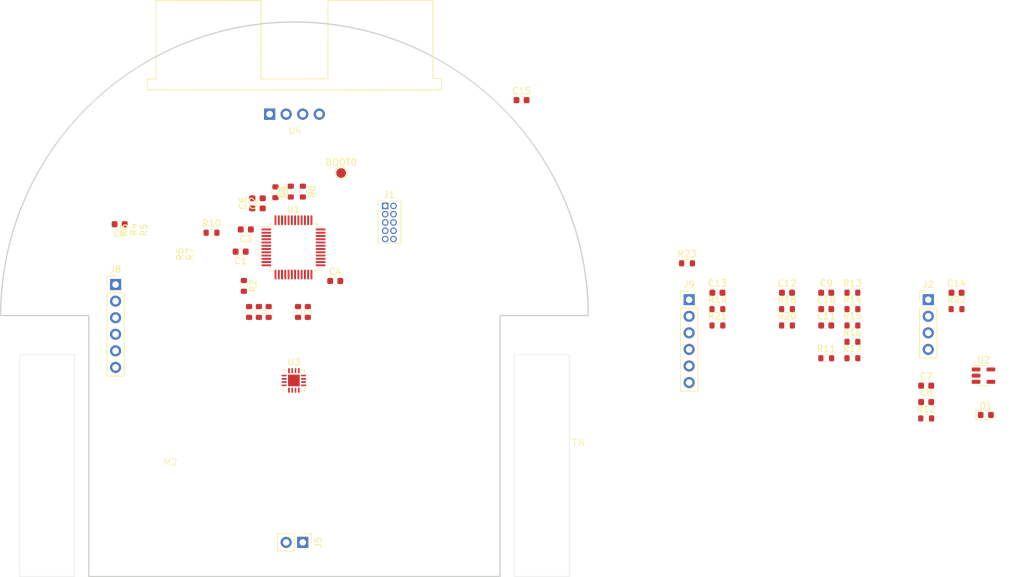
<source format=kicad_pcb>
(kicad_pcb (version 20221018) (generator pcbnew)
  (layers (0 "F.Cu" signal) (31 "B.Cu" signal) (34 "B.Paste" user) (35 "F.Paste" user) (36 "B.SilkS" user "B.Silkscreen") (37 "F.SilkS" user "F.Silkscreen") (38 "B.Mask" user) (39 "F.Mask" user) (44 "Edge.Cuts" user))
  (net 0 "")
  (net 1 "+3.3V")
  (net 2 "GND")
  (net 3 "+BATT")
  (net 4 "/mcu/UART1_TX")
  (net 5 "/mcu/IN_B2")
  (net 6 "Net-(U2-EN)")
  (net 7 "/mcu/BOOT0")
  (net 8 "Net-(U1-PA2)")
  (net 9 "/mcu/TIM15_CH1")
  (net 10 "Net-(U1-PA3)")
  (net 11 "/mcu/TIM15_CH2")
  (net 12 "Net-(U1-PA4)")
  (net 13 "/mcu/OUT_A4")
  (net 14 "Net-(U1-PA5)")
  (net 15 "/mcu/OUT_A5")
  (net 16 "/mcu/OUT_B0")
  (net 17 "Net-(U1-PB0)")
  (net 18 "/mcu/OUT_B1")
  (net 19 "Net-(U1-PB1)")
  (net 20 "Net-(U1-PB6)")
  (net 21 "/mcu/OUT_B9")
  (net 22 "Net-(U1-PB9)")
  (net 23 "/mcu/TIM3_CH1")
  (net 24 "/mcu/TIM2_CH1")
  (net 25 "/mcu/TIM3_CH2")
  (net 26 "/mcu/TIM2_CH2")
  (net 27 "/mcu/TIM8_CH2")
  (net 28 "Net-(U4-ECHO)")
  (net 34 "/mcu/~{RESET}")
  (net 46 "/mcu/SWDIO")
  (net 49 "/mcu/SWDCLK")
  (net 51 "/mcu/SWO")
  (net 54 "+3V3")
  (net 57 "Net-(C10-Pad1)")
  (net 58 "Net-(D1-A)")
  (net 59 "Net-(J2-Pin_3)")
  (net 60 "/external_uart/EXT_UART1_RX")
  (net 63 "Net-(J8-Pin_3)")
  (net 64 "Net-(J8-Pin_4)")
  (net 65 "/motorA/MB")
  (net 68 "Net-(J9-Pin_3)")
  (net 69 "Net-(J9-Pin_4)")
  (net 70 "/motorB/MB")
  (net 72 "Net-(U3-REF)")
  (net 73 "Net-(U3-TOFF)")
  (net 74 "Net-(U3-SENSEB)")
  (net 75 "Net-(U3-SENSEA)")
  (net 76 "/external_uart/EXT_UART_TX")
  (net 78 "/motorB/MA")
  (net 79 "/motorA/MA")
  (footprint "Package_QFP:LQFP-48_7x7mm_P0.5mm" (layer "F.Cu") (at 149.85 89.55)
    (fp_text reference "U1" (at 0 -5.85) (layer "F.SilkS"))
    (fp_text value "STM32F030C8Tx")
    (fp_line (start -3.61 -3.61) (end -3.61 -3.16) (stroke (width 0.12)) (layer "F.SilkS"))
    (fp_line (start -3.61 -3.16) (end -4.9 -3.16) (stroke (width 0.12)) (layer "F.SilkS"))
    (fp_line (start -3.61 3.61) (end -3.61 3.16) (stroke (width 0.12)) (layer "F.SilkS"))
    (fp_line (start -3.16 -3.61) (end -3.61 -3.61) (stroke (width 0.12)) (layer "F.SilkS"))
    (fp_line (start -3.16 3.61) (end -3.61 3.61) (stroke (width 0.12)) (layer "F.SilkS"))
    (fp_line (start 3.16 -3.61) (end 3.61 -3.61) (stroke (width 0.12)) (layer "F.SilkS"))
    (fp_line (start 3.16 3.61) (end 3.61 3.61) (stroke (width 0.12)) (layer "F.SilkS"))
    (fp_line (start 3.61 -3.61) (end 3.61 -3.16) (stroke (width 0.12)) (layer "F.SilkS"))
    (fp_line (start 3.61 3.61) (end 3.61 3.16) (stroke (width 0.12)) (layer "F.SilkS"))
    (pad "1" smd roundrect (at -4.1625 -2.75) (size 1.475 0.3) (layers "F.Cu" "F.Paste" "F.Mask") (net 1 "+3.3V"))
    (pad "2" smd roundrect (at -4.1625 -2.25) (size 1.475 0.3) (layers "F.Cu" "F.Paste" "F.Mask"))
    (pad "3" smd roundrect (at -4.1625 -1.75) (size 1.475 0.3) (layers "F.Cu" "F.Paste" "F.Mask"))
    (pad "4" smd roundrect (at -4.1625 -1.25) (size 1.475 0.3) (layers "F.Cu" "F.Paste" "F.Mask"))
    (pad "5" smd roundrect (at -4.1625 -0.75) (size 1.475 0.3) (layers "F.Cu" "F.Paste" "F.Mask"))
    (pad "6" smd roundrect (at -4.1625 -0.25) (size 1.475 0.3) (layers "F.Cu" "F.Paste" "F.Mask"))
    (pad "7" smd roundrect (at -4.1625 0.25) (size 1.475 0.3) (layers "F.Cu" "F.Paste" "F.Mask") (net 34 "/mcu/~{RESET}"))
    (pad "8" smd roundrect (at -4.1625 0.75) (size 1.475 0.3) (layers "F.Cu" "F.Paste" "F.Mask") (net 2 "GND"))
    (pad "9" smd roundrect (at -4.1625 1.25) (size 1.475 0.3) (layers "F.Cu" "F.Paste" "F.Mask") (net 1 "+3.3V"))
    (pad "10" smd roundrect (at -4.1625 1.75) (size 1.475 0.3) (layers "F.Cu" "F.Paste" "F.Mask") (net 24 "/mcu/TIM2_CH1"))
    (pad "11" smd roundrect (at -4.1625 2.25) (size 1.475 0.3) (layers "F.Cu" "F.Paste" "F.Mask") (net 26 "/mcu/TIM2_CH2"))
    (pad "12" smd roundrect (at -4.1625 2.75) (size 1.475 0.3) (layers "F.Cu" "F.Paste" "F.Mask") (net 8 "Net-(U1-PA2)"))
    (pad "13" smd roundrect (at -2.75 4.1625) (size 0.3 1.475) (layers "F.Cu" "F.Paste" "F.Mask") (net 10 "Net-(U1-PA3)"))
    (pad "14" smd roundrect (at -2.25 4.1625) (size 0.3 1.475) (layers "F.Cu" "F.Paste" "F.Mask") (net 12 "Net-(U1-PA4)"))
    (pad "15" smd roundrect (at -1.75 4.1625) (size 0.3 1.475) (layers "F.Cu" "F.Paste" "F.Mask") (net 14 "Net-(U1-PA5)"))
    (pad "16" smd roundrect (at -1.25 4.1625) (size 0.3 1.475) (layers "F.Cu" "F.Paste" "F.Mask") (net 23 "/mcu/TIM3_CH1"))
    (pad "17" smd roundrect (at -0.75 4.1625) (size 0.3 1.475) (layers "F.Cu" "F.Paste" "F.Mask") (net 25 "/mcu/TIM3_CH2"))
    (pad "18" smd roundrect (at -0.25 4.1625) (size 0.3 1.475) (layers "F.Cu" "F.Paste" "F.Mask") (net 17 "Net-(U1-PB0)"))
    (pad "19" smd roundrect (at 0.25 4.1625) (size 0.3 1.475) (layers "F.Cu" "F.Paste" "F.Mask") (net 19 "Net-(U1-PB1)"))
    (pad "20" smd roundrect (at 0.75 4.1625) (size 0.3 1.475) (layers "F.Cu" "F.Paste" "F.Mask") (net 5 "/mcu/IN_B2"))
    (pad "21" smd roundrect (at 1.25 4.1625) (size 0.3 1.475) (layers "F.Cu" "F.Paste" "F.Mask"))
    (pad "22" smd roundrect (at 1.75 4.1625) (size 0.3 1.475) (layers "F.Cu" "F.Paste" "F.Mask"))
    (pad "23" smd roundrect (at 2.25 4.1625) (size 0.3 1.475) (layers "F.Cu" "F.Paste" "F.Mask") (net 2 "GND"))
    (pad "24" smd roundrect (at 2.75 4.1625) (size 0.3 1.475) (layers "F.Cu" "F.Paste" "F.Mask") (net 1 "+3.3V"))
    (pad "25" smd roundrect (at 4.1625 2.75) (size 1.475 0.3) (layers "F.Cu" "F.Paste" "F.Mask"))
    (pad "26" smd roundrect (at 4.1625 2.25) (size 1.475 0.3) (layers "F.Cu" "F.Paste" "F.Mask"))
    (pad "27" smd roundrect (at 4.1625 1.75) (size 1.475 0.3) (layers "F.Cu" "F.Paste" "F.Mask"))
    (pad "28" smd roundrect (at 4.1625 1.25) (size 1.475 0.3) (layers "F.Cu" "F.Paste" "F.Mask"))
    (pad "29" smd roundrect (at 4.1625 0.75) (size 1.475 0.3) (layers "F.Cu" "F.Paste" "F.Mask"))
    (pad "30" smd roundrect (at 4.1625 0.25) (size 1.475 0.3) (layers "F.Cu" "F.Paste" "F.Mask"))
    (pad "31" smd roundrect (at 4.1625 -0.25) (size 1.475 0.3) (layers "F.Cu" "F.Paste" "F.Mask"))
    (pad "32" smd roundrect (at 4.1625 -0.75) (size 1.475 0.3) (layers "F.Cu" "F.Paste" "F.Mask"))
    (pad "33" smd roundrect (at 4.1625 -1.25) (size 1.475 0.3) (layers "F.Cu" "F.Paste" "F.Mask"))
    (pad "34" smd roundrect (at 4.1625 -1.75) (size 1.475 0.3) (layers "F.Cu" "F.Paste" "F.Mask") (net 46 "/mcu/SWDIO"))
    (pad "35" smd roundrect (at 4.1625 -2.25) (size 1.475 0.3) (layers "F.Cu" "F.Paste" "F.Mask"))
    (pad "36" smd roundrect (at 4.1625 -2.75) (size 1.475 0.3) (layers "F.Cu" "F.Paste" "F.Mask"))
    (pad "37" smd roundrect (at 2.75 -4.1625) (size 0.3 1.475) (layers "F.Cu" "F.Paste" "F.Mask") (net 49 "/mcu/SWDCLK"))
    (pad "38" smd roundrect (at 2.25 -4.1625) (size 0.3 1.475) (layers "F.Cu" "F.Paste" "F.Mask"))
    (pad "39" smd roundrect (at 1.75 -4.1625) (size 0.3 1.475) (layers "F.Cu" "F.Paste" "F.Mask") (net 51 "/mcu/SWO"))
    (pad "40" smd roundrect (at 1.25 -4.1625) (size 0.3 1.475) (layers "F.Cu" "F.Paste" "F.Mask"))
    (pad "41" smd roundrect (at 0.75 -4.1625) (size 0.3 1.475) (layers "F.Cu" "F.Paste" "F.Mask"))
    (pad "42" smd roundrect (at 0.25 -4.1625) (size 0.3 1.475) (layers "F.Cu" "F.Paste" "F.Mask") (net 20 "Net-(U1-PB6)"))
    (pad "43" smd roundrect (at -0.25 -4.1625) (size 0.3 1.475) (layers "F.Cu" "F.Paste" "F.Mask") (net 76 "/external_uart/EXT_UART_TX"))
    (pad "44" smd roundrect (at -0.75 -4.1625) (size 0.3 1.475) (layers "F.Cu" "F.Paste" "F.Mask") (net 7 "/mcu/BOOT0"))
    (pad "45" smd roundrect (at -1.25 -4.1625) (size 0.3 1.475) (layers "F.Cu" "F.Paste" "F.Mask") (net 27 "/mcu/TIM8_CH2"))
    (pad "46" smd roundrect (at -1.75 -4.1625) (size 0.3 1.475) (layers "F.Cu" "F.Paste" "F.Mask") (net 22 "Net-(U1-PB9)"))
    (pad "47" smd roundrect (at -2.25 -4.1625) (size 0.3 1.475) (layers "F.Cu" "F.Paste" "F.Mask") (net 2 "GND"))
    (pad "48" smd roundrect (at -2.75 -4.1625) (size 0.3 1.475) (layers "F.Cu" "F.Paste" "F.Mask") (net 1 "+3.3V"))
  )
  (footprint "Capacitor_SMD:C_0603_1608Metric" (layer "F.Cu") (at 246.7625 113.26)
    (fp_text reference "C8" (at 0 -1.43) (layer "F.SilkS"))
    (fp_text value "2.2µF")
    (fp_line (start -0.14058 -0.51) (end 0.14058 -0.51) (stroke (width 0.12)) (layer "F.SilkS"))
    (fp_line (start -0.14058 0.51) (end 0.14058 0.51) (stroke (width 0.12)) (layer "F.SilkS"))
    (pad "1" smd roundrect (at -0.775 0) (size 0.9 0.95) (layers "F.Cu" "F.Paste" "F.Mask") (net 2 "GND"))
    (pad "2" smd roundrect (at 0.775 0) (size 0.9 0.95) (layers "F.Cu" "F.Paste" "F.Mask") (net 1 "+3.3V"))
  )
  (footprint "Resistor_SMD:R_0603_1608Metric" (layer "F.Cu") (at 149.4375 81 90)
    (fp_text reference "R1" (at 0 -1.43 90) (layer "F.SilkS"))
    (fp_text value "10k")
    (fp_line (start -0.237258 -0.5225) (end 0.237258 -0.5225) (stroke (width 0.12)) (layer "F.SilkS"))
    (fp_line (start -0.237258 0.5225) (end 0.237258 0.5225) (stroke (width 0.12)) (layer "F.SilkS"))
    (pad "1" smd roundrect (at -0.825 0 90) (size 0.8 0.95) (layers "F.Cu" "F.Paste" "F.Mask") (net 7 "/mcu/BOOT0"))
    (pad "2" smd roundrect (at 0.825 0 90) (size 0.8 0.95) (layers "F.Cu" "F.Paste" "F.Mask") (net 2 "GND"))
  )
  (footprint "Capacitor_SMD:C_0603_1608Metric" (layer "F.Cu") (at 251.4125 96.5)
    (fp_text reference "C14" (at 0 -1.43) (layer "F.SilkS"))
    (fp_text value "2.2µf")
    (fp_line (start -0.14058 -0.51) (end 0.14058 -0.51) (stroke (width 0.12)) (layer "F.SilkS"))
    (fp_line (start -0.14058 0.51) (end 0.14058 0.51) (stroke (width 0.12)) (layer "F.SilkS"))
    (pad "1" smd roundrect (at -0.775 0) (size 0.9 0.95) (layers "F.Cu" "F.Paste" "F.Mask") (net 3 "+BATT"))
    (pad "2" smd roundrect (at 0.775 0) (size 0.9 0.95) (layers "F.Cu" "F.Paste" "F.Mask") (net 2 "GND"))
  )
  (footprint "minimouse:N20_with_encoder" (layer "F.Cu") (at 131 123)
    (fp_text reference "M2" (at 0 -0.5 unlocked) (layer "F.SilkS") (effects (font (thickness 0.1))))
    (fp_text value "N20_encoder")
    (fp_rect (start -23.1 -17) (end -14.67 17) (stroke (width 0.05)) (fill none) (layer "Edge.Cuts"))
    (pad "" np_thru_hole circle locked (at 0 -9) (size 1 1) (drill 2.2) (layers "F&B.Cu" "*.Mask"))
    (pad "" np_thru_hole circle locked (at 0 9) (size 1 1) (drill 2.2) (layers "F&B.Cu" "*.Mask"))
  )
  (footprint "Resistor_SMD:R_0603_1608Metric" (layer "F.Cu") (at 214.7825 99.01)
    (fp_text reference "R19" (at 0 -1.43) (layer "F.SilkS"))
    (fp_text value "100")
    (fp_line (start -0.237258 -0.5225) (end 0.237258 -0.5225) (stroke (width 0.12)) (layer "F.SilkS"))
    (fp_line (start -0.237258 0.5225) (end 0.237258 0.5225) (stroke (width 0.12)) (layer "F.SilkS"))
    (pad "1" smd roundrect (at -0.825 0) (size 0.8 0.95) (layers "F.Cu" "F.Paste" "F.Mask") (net 24 "/mcu/TIM2_CH1"))
    (pad "2" smd roundrect (at 0.825 0) (size 0.8 0.95) (layers "F.Cu" "F.Paste" "F.Mask") (net 68 "Net-(J9-Pin_3)"))
  )
  (footprint "TestPoint:TestPoint_Pad_D1.5mm" (layer "F.Cu") (at 157.15 78.15)
    (fp_text reference "BOOT0" (at 0 -1.648) (layer "F.SilkS"))
    (fp_text value "TestPoint")
    (fp_circle (center 0 0) (end 0 0.95) (stroke (width 0.12)) (fill none) (layer "F.SilkS"))
    (pad "1" smd circle (at 0 0) (size 1.5 1.5) (layers "F.Cu" "F.Mask") (net 7 "/mcu/BOOT0"))
  )
  (footprint "Capacitor_SMD:C_0603_1608Metric" (layer "F.Cu") (at 231.4525 101.52)
    (fp_text reference "C11" (at 0 -1.43) (layer "F.SilkS"))
    (fp_text value "22nf")
    (fp_line (start -0.14058 -0.51) (end 0.14058 -0.51) (stroke (width 0.12)) (layer "F.SilkS"))
    (fp_line (start -0.14058 0.51) (end 0.14058 0.51) (stroke (width 0.12)) (layer "F.SilkS"))
    (pad "1" smd roundrect (at -0.775 0) (size 0.9 0.95) (layers "F.Cu" "F.Paste" "F.Mask") (net 3 "+BATT"))
    (pad "2" smd roundrect (at 0.775 0) (size 0.9 0.95) (layers "F.Cu" "F.Paste" "F.Mask") (net 2 "GND"))
  )
  (footprint "Capacitor_SMD:C_0603_1608Metric" (layer "F.Cu") (at 231.4525 99.01)
    (fp_text reference "C10" (at 0 -1.43) (layer "F.SilkS"))
    (fp_text value "22nf")
    (fp_line (start -0.14058 -0.51) (end 0.14058 -0.51) (stroke (width 0.12)) (layer "F.SilkS"))
    (fp_line (start -0.14058 0.51) (end 0.14058 0.51) (stroke (width 0.12)) (layer "F.SilkS"))
    (pad "1" smd roundrect (at -0.775 0) (size 0.9 0.95) (layers "F.Cu" "F.Paste" "F.Mask") (net 57 "Net-(C10-Pad1)"))
    (pad "2" smd roundrect (at 0.775 0) (size 0.9 0.95) (layers "F.Cu" "F.Paste" "F.Mask") (net 2 "GND"))
  )
  (footprint "Resistor_SMD:R_0603_1608Metric" (layer "F.Cu") (at 235.4625 104.03)
    (fp_text reference "R16" (at 0 -1.43) (layer "F.SilkS"))
    (fp_text value "330m")
    (fp_line (start -0.237258 -0.5225) (end 0.237258 -0.5225) (stroke (width 0.12)) (layer "F.SilkS"))
    (fp_line (start -0.237258 0.5225) (end 0.237258 0.5225) (stroke (width 0.12)) (layer "F.SilkS"))
    (pad "1" smd roundrect (at -0.825 0) (size 0.8 0.95) (layers "F.Cu" "F.Paste" "F.Mask") (net 2 "GND"))
    (pad "2" smd roundrect (at 0.825 0) (size 0.8 0.95) (layers "F.Cu" "F.Paste" "F.Mask") (net 74 "Net-(U3-SENSEB)"))
  )
  (footprint "Resistor_SMD:R_0603_1608Metric" (layer "F.Cu") (at 235.4625 99.01)
    (fp_text reference "R14" (at 0 -1.43) (layer "F.SilkS"))
    (fp_text value "1K")
    (fp_line (start -0.237258 -0.5225) (end 0.237258 -0.5225) (stroke (width 0.12)) (layer "F.SilkS"))
    (fp_line (start -0.237258 0.5225) (end 0.237258 0.5225) (stroke (width 0.12)) (layer "F.SilkS"))
    (pad "1" smd roundrect (at -0.825 0) (size 0.8 0.95) (layers "F.Cu" "F.Paste" "F.Mask") (net 73 "Net-(U3-TOFF)"))
    (pad "2" smd roundrect (at 0.825 0) (size 0.8 0.95) (layers "F.Cu" "F.Paste" "F.Mask") (net 57 "Net-(C10-Pad1)"))
  )
  (footprint "Resistor_SMD:R_0603_1608Metric" (layer "F.Cu") (at 210.1325 91.99)
    (fp_text reference "R23" (at 0 -1.43) (layer "F.SilkS"))
    (fp_text value "100")
    (fp_line (start -0.237258 -0.5225) (end 0.237258 -0.5225) (stroke (width 0.12)) (layer "F.SilkS"))
    (fp_line (start -0.237258 0.5225) (end 0.237258 0.5225) (stroke (width 0.12)) (layer "F.SilkS"))
    (pad "1" smd roundrect (at -0.825 0) (size 0.8 0.95) (layers "F.Cu" "F.Paste" "F.Mask") (net 27 "/mcu/TIM8_CH2"))
    (pad "2" smd roundrect (at 0.825 0) (size 0.8 0.95) (layers "F.Cu" "F.Paste" "F.Mask") (net 28 "Net-(U4-ECHO)"))
  )
  (footprint "Resistor_SMD:R_0603_1608Metric" (layer "F.Cu") (at 144.55 99.45 -90)
    (fp_text reference "R4" (at -12.65 19.175 90) (layer "F.SilkS"))
    (fp_text value "100")
    (fp_line (start -0.237258 -0.5225) (end 0.237258 -0.5225) (stroke (width 0.12)) (layer "F.SilkS"))
    (fp_line (start -0.237258 0.5225) (end 0.237258 0.5225) (stroke (width 0.12)) (layer "F.SilkS"))
    (pad "1" smd roundrect (at -0.825 0 270) (size 0.8 0.95) (layers "F.Cu" "F.Paste" "F.Mask") (net 12 "Net-(U1-PA4)"))
    (pad "2" smd roundrect (at 0.825 0 270) (size 0.8 0.95) (layers "F.Cu" "F.Paste" "F.Mask") (net 13 "/mcu/OUT_A4"))
  )
  (footprint "Capacitor_SMD:C_0603_1608Metric" (layer "F.Cu") (at 156.25 94.7)
    (fp_text reference "C4" (at 0 -1.43) (layer "F.SilkS"))
    (fp_text value "0.1uF")
    (fp_line (start -0.14058 -0.51) (end 0.14058 -0.51) (stroke (width 0.12)) (layer "F.SilkS"))
    (fp_line (start -0.14058 0.51) (end 0.14058 0.51) (stroke (width 0.12)) (layer "F.SilkS"))
    (pad "1" smd roundrect (at -0.775 0) (size 0.9 0.95) (layers "F.Cu" "F.Paste" "F.Mask") (net 1 "+3.3V"))
    (pad "2" smd roundrect (at 0.775 0) (size 0.9 0.95) (layers "F.Cu" "F.Paste" "F.Mask") (net 2 "GND"))
  )
  (footprint "Resistor_SMD:R_0603_1608Metric" (layer "F.Cu") (at 225.4425 99.01)
    (fp_text reference "R18" (at 0 -1.43) (layer "F.SilkS"))
    (fp_text value "100")
    (fp_line (start -0.237258 -0.5225) (end 0.237258 -0.5225) (stroke (width 0.12)) (layer "F.SilkS"))
    (fp_line (start -0.237258 0.5225) (end 0.237258 0.5225) (stroke (width 0.12)) (layer "F.SilkS"))
    (pad "1" smd roundrect (at -0.825 0) (size 0.8 0.95) (layers "F.Cu" "F.Paste" "F.Mask") (net 23 "/mcu/TIM3_CH1"))
    (pad "2" smd roundrect (at 0.825 0) (size 0.8 0.95) (layers "F.Cu" "F.Paste" "F.Mask") (net 63 "Net-(J8-Pin_3)"))
  )
  (footprint "Resistor_SMD:R_0603_1608Metric" (layer "F.Cu") (at 214.7825 101.52)
    (fp_text reference "R21" (at 0 -1.43) (layer "F.SilkS"))
    (fp_text value "100")
    (fp_line (start -0.237258 -0.5225) (end 0.237258 -0.5225) (stroke (width 0.12)) (layer "F.SilkS"))
    (fp_line (start -0.237258 0.5225) (end 0.237258 0.5225) (stroke (width 0.12)) (layer "F.SilkS"))
    (pad "1" smd roundrect (at -0.825 0) (size 0.8 0.95) (layers "F.Cu" "F.Paste" "F.Mask") (net 26 "/mcu/TIM2_CH2"))
    (pad "2" smd roundrect (at 0.825 0) (size 0.8 0.95) (layers "F.Cu" "F.Paste" "F.Mask") (net 69 "Net-(J9-Pin_4)"))
  )
  (footprint "Resistor_SMD:R_0603_1608Metric" (layer "F.Cu") (at 147.0875 81.1 -90)
    (fp_text reference "R9" (at 0 -1.43 90) (layer "F.SilkS"))
    (fp_text value "100")
    (fp_line (start -0.237258 -0.5225) (end 0.237258 -0.5225) (stroke (width 0.12)) (layer "F.SilkS"))
    (fp_line (start -0.237258 0.5225) (end 0.237258 0.5225) (stroke (width 0.12)) (layer "F.SilkS"))
    (pad "1" smd roundrect (at -0.825 0 270) (size 0.8 0.95) (layers "F.Cu" "F.Paste" "F.Mask") (net 21 "/mcu/OUT_B9"))
    (pad "2" smd roundrect (at 0.825 0 270) (size 0.8 0.95) (layers "F.Cu" "F.Paste" "F.Mask") (net 22 "Net-(U1-PB9)"))
  )
  (footprint "minimouse:HC-SR04" (layer "F.Cu") (at 150 69.125)
    (fp_text reference "U4" (at 0.06 2.57 unlocked) (layer "F.SilkS") (effects (font (thickness 0.1))))
    (fp_text value "HC-SR04")
    (fp_line (start -22.54 -5.41) (end -22.54 -3.75) (stroke (width 0.1)) (layer "F.SilkS"))
    (fp_line (start -22.54 -3.75) (end 22.54 -3.73) (stroke (width 0.1)) (layer "F.SilkS"))
    (fp_line (start -21.18 -17.41) (end -21.17 -5.41) (stroke (width 0.1)) (layer "F.SilkS"))
    (fp_line (start -21.17 -5.41) (end -22.54 -5.41) (stroke (width 0.1)) (layer "F.SilkS"))
    (fp_line (start -5.13 -17.42) (end -21.18 -17.41) (stroke (width 0.1)) (layer "F.SilkS"))
    (fp_line (start -5.12 -5.42) (end -5.13 -17.42) (stroke (width 0.1)) (layer "F.SilkS"))
    (fp_line (start 5.12 -17.44) (end 5.14 -5.43) (stroke (width 0.1)) (layer "F.SilkS"))
    (fp_line (start 5.14 -5.43) (end -5.12 -5.42) (stroke (width 0.1)) (layer "F.SilkS"))
    (fp_line (start 21.21 -17.45) (end 5.12 -17.44) (stroke (width 0.1)) (layer "F.SilkS"))
    (fp_line (start 21.21 -5.45) (end 21.21 -17.45) (stroke (width 0.1)) (layer "F.SilkS"))
    (fp_line (start 22.53 -5.45) (end 21.21 -5.45) (stroke (width 0.1)) (layer "F.SilkS"))
    (fp_line (start 22.54 -3.73) (end 22.53 -5.45) (stroke (width 0.1)) (layer "F.SilkS"))
    (pad "1" thru_hole rect locked (at -3.81 0 90) (size 1.7 1.7) (drill 1) (layers "*.Cu" "*.Mask") (net 2 "GND"))
    (pad "2" thru_hole oval locked (at -1.27 0 90) (size 1.7 1.7) (drill 1) (layers "*.Cu" "*.Mask") (net 21 "/mcu/OUT_B9"))
    (pad "3" thru_hole oval locked (at 1.27 0 90) (size 1.7 1.7) (drill 1) (layers "*.Cu" "*.Mask") (net 28 "Net-(U4-ECHO)"))
    (pad "4" thru_hole oval locked (at 3.81 0 90) (size 1.7 1.7) (drill 1) (layers "*.Cu" "*.Mask") (net 54 "+3V3"))
  )
  (footprint "Capacitor_SMD:C_0603_1608Metric" (layer "F.Cu") (at 123.225 86 180)
    (fp_text reference "C5" (at 0 -1.43) (layer "F.SilkS"))
    (fp_text value "0.1uF")
    (fp_line (start -0.14058 -0.51) (end 0.14058 -0.51) (stroke (width 0.12)) (layer "F.SilkS"))
    (fp_line (start -0.14058 0.51) (end 0.14058 0.51) (stroke (width 0.12)) (layer "F.SilkS"))
    (pad "1" smd roundrect (at -0.775 0 180) (size 0.9 0.95) (layers "F.Cu" "F.Paste" "F.Mask") (net 1 "+3.3V"))
    (pad "2" smd roundrect (at 0.775 0 180) (size 0.9 0.95) (layers "F.Cu" "F.Paste" "F.Mask") (net 2 "GND"))
  )
  (footprint "Connector_PinHeader_2.54mm:PinHeader_1x04_P2.54mm_Vertical" (layer "F.Cu") (at 247.0825 97.57)
    (fp_text reference "J2" (at 0 -2.33) (layer "F.SilkS"))
    (fp_text value "Conn_01x04")
    (fp_line (start -1.33 -1.33) (end 0 -1.33) (stroke (width 0.12)) (layer "F.SilkS"))
    (fp_line (start -1.33 0) (end -1.33 -1.33) (stroke (width 0.12)) (layer "F.SilkS"))
    (fp_line (start -1.33 1.27) (end -1.33 8.95) (stroke (width 0.12)) (layer "F.SilkS"))
    (fp_line (start -1.33 1.27) (end 1.33 1.27) (stroke (width 0.12)) (layer "F.SilkS"))
    (fp_line (start -1.33 8.95) (end 1.33 8.95) (stroke (width 0.12)) (layer "F.SilkS"))
    (fp_line (start 1.33 1.27) (end 1.33 8.95) (stroke (width 0.12)) (layer "F.SilkS"))
    (pad "1" thru_hole rect (at 0 0) (size 1.7 1.7) (drill 1) (layers "*.Cu" "*.Mask") (net 2 "GND"))
    (pad "2" thru_hole oval (at 0 2.54) (size 1.7 1.7) (drill 1) (layers "*.Cu" "*.Mask") (net 3 "+BATT"))
    (pad "3" thru_hole oval (at 0 5.08) (size 1.7 1.7) (drill 1) (layers "*.Cu" "*.Mask") (net 59 "Net-(J2-Pin_3)"))
    (pad "4" thru_hole oval (at 0 7.62) (size 1.7 1.7) (drill 1) (layers "*.Cu" "*.Mask") (net 60 "/external_uart/EXT_UART1_RX"))
  )
  (footprint "minimouse:N20_with_encoder" (layer "F.Cu") (at 169 123 180)
    (fp_text reference "M1" (at -24.45 3.6 180 unlocked) (layer "F.SilkS") (effects (font (thickness 0.1))))
    (fp_text value "N20_encoder")
    (fp_rect (start -23.1 -17) (end -14.67 17) (stroke (width 0.05)) (fill none) (layer "Edge.Cuts"))
    (pad "" np_thru_hole circle locked (at 0 -9 180) (size 1 1) (drill 2.2) (layers "F&B.Cu" "*.Mask"))
    (pad "" np_thru_hole circle locked (at 0 9 180) (size 1 1) (drill 2.2) (layers "F&B.Cu" "*.Mask"))
  )
  (footprint "Resistor_SMD:R_0603_1608Metric" (layer "F.Cu") (at 225.4425 101.52)
    (fp_text reference "R20" (at 0 -1.43) (layer "F.SilkS"))
    (fp_text value "100")
    (fp_line (start -0.237258 -0.5225) (end 0.237258 -0.5225) (stroke (width 0.12)) (layer "F.SilkS"))
    (fp_line (start -0.237258 0.5225) (end 0.237258 0.5225) (stroke (width 0.12)) (layer "F.SilkS"))
    (pad "1" smd roundrect (at -0.825 0) (size 0.8 0.95) (layers "F.Cu" "F.Paste" "F.Mask") (net 25 "/mcu/TIM3_CH2"))
    (pad "2" smd roundrect (at 0.825 0) (size 0.8 0.95) (layers "F.Cu" "F.Paste" "F.Mask") (net 64 "Net-(J8-Pin_4)"))
  )
  (footprint "Connector_PinHeader_2.54mm:PinHeader_1x02_P2.54mm_Vertical" (layer "F.Cu") (at 151.27 134.775 -90)
    (fp_text reference "J5" (at 0 -2.33 90) (layer "F.SilkS"))
    (fp_text value "Conn_01x02")
    (fp_line (start -1.33 -1.33) (end 0 -1.33) (stroke (width 0.12)) (layer "F.SilkS"))
    (fp_line (start -1.33 0) (end -1.33 -1.33) (stroke (width 0.12)) (layer "F.SilkS"))
    (fp_line (start -1.33 1.27) (end -1.33 3.87) (stroke (width 0.12)) (layer "F.SilkS"))
    (fp_line (start -1.33 1.27) (end 1.33 1.27) (stroke (width 0.12)) (layer "F.SilkS"))
    (fp_line (start -1.33 3.87) (end 1.33 3.87) (stroke (width 0.12)) (layer "F.SilkS"))
    (fp_line (start 1.33 1.27) (end 1.33 3.87) (stroke (width 0.12)) (layer "F.SilkS"))
    (pad "1" thru_hole rect locked (at 0 0 270) (size 1.7 1.7) (drill 1) (layers "*.Cu" "*.Mask") (net 2 "GND"))
    (pad "2" thru_hole oval locked (at 0 2.54 270) (size 1.7 1.7) (drill 1) (layers "*.Cu" "*.Mask") (net 3 "+BATT"))
  )
  (footprint "Resistor_SMD:R_0603_1608Metric" (layer "F.Cu") (at 251.4125 99.01)
    (fp_text reference "R22" (at 0 -1.43) (layer "F.SilkS"))
    (fp_text value "R")
    (fp_line (start -0.237258 -0.5225) (end 0.237258 -0.5225) (stroke (width 0.12)) (layer "F.SilkS"))
    (fp_line (start -0.237258 0.5225) (end 0.237258 0.5225) (stroke (width 0.12)) (layer "F.SilkS"))
    (pad "1" smd roundrect (at -0.825 0) (size 0.8 0.95) (layers "F.Cu" "F.Paste" "F.Mask") (net 76 "/external_uart/EXT_UART_TX"))
    (pad "2" smd roundrect (at 0.825 0) (size 0.8 0.95) (layers "F.Cu" "F.Paste" "F.Mask") (net 59 "Net-(J2-Pin_3)"))
  )
  (footprint "Resistor_SMD:R_0603_1608Metric" (layer "F.Cu") (at 231.4525 106.54)
    (fp_text reference "R11" (at 0 -1.43) (layer "F.SilkS"))
    (fp_text value "10k")
    (fp_line (start -0.237258 -0.5225) (end 0.237258 -0.5225) (stroke (width 0.12)) (layer "F.SilkS"))
    (fp_line (start -0.237258 0.5225) (end 0.237258 0.5225) (stroke (width 0.12)) (layer "F.SilkS"))
    (pad "1" smd roundrect (at -0.825 0) (size 0.8 0.95) (layers "F.Cu" "F.Paste" "F.Mask") (net 3 "+BATT"))
    (pad "2" smd roundrect (at 0.825 0) (size 0.8 0.95) (layers "F.Cu" "F.Paste" "F.Mask") (net 72 "Net-(U3-REF)"))
  )
  (footprint "Capacitor_SMD:C_0603_1608Metric" (layer "F.Cu") (at 142.55 86.8 180)
    (fp_text reference "C3" (at 0 -1.43) (layer "F.SilkS"))
    (fp_text value "0.1uF")
    (fp_line (start -0.14058 -0.51) (end 0.14058 -0.51) (stroke (width 0.12)) (layer "F.SilkS"))
    (fp_line (start -0.14058 0.51) (end 0.14058 0.51) (stroke (width 0.12)) (layer "F.SilkS"))
    (pad "1" smd roundrect (at -0.775 0 180) (size 0.9 0.95) (layers "F.Cu" "F.Paste" "F.Mask") (net 1 "+3.3V"))
    (pad "2" smd roundrect (at 0.775 0 180) (size 0.9 0.95) (layers "F.Cu" "F.Paste" "F.Mask") (net 2 "GND"))
  )
  (footprint "Resistor_SMD:R_0603_1608Metric" (layer "F.Cu") (at 137.3 87.3)
    (fp_text reference "R10" (at 0 -1.43) (layer "F.SilkS"))
    (fp_text value "10K")
    (fp_line (start -0.237258 -0.5225) (end 0.237258 -0.5225) (stroke (width 0.12)) (layer "F.SilkS"))
    (fp_line (start -0.237258 0.5225) (end 0.237258 0.5225) (stroke (width 0.12)) (layer "F.SilkS"))
    (pad "1" smd roundrect (at -0.825 0) (size 0.8 0.95) (layers "F.Cu" "F.Paste" "F.Mask"))
    (pad "2" smd roundrect (at 0.825 0) (size 0.8 0.95) (layers "F.Cu" "F.Paste" "F.Mask") (net 5 "/mcu/IN_B2"))
  )
  (footprint "Resistor_SMD:R_0603_1608Metric" (layer "F.Cu") (at 151.2875 81 -90)
    (fp_text reference "R8" (at 0 -1.43 90) (layer "F.SilkS"))
    (fp_text value "100")
    (fp_line (start -0.237258 -0.5225) (end 0.237258 -0.5225) (stroke (width 0.12)) (layer "F.SilkS"))
    (fp_line (start -0.237258 0.5225) (end 0.237258 0.5225) (stroke (width 0.12)) (layer "F.SilkS"))
    (pad "1" smd roundrect (at -0.825 0 270) (size 0.8 0.95) (layers "F.Cu" "F.Paste" "F.Mask") (net 4 "/mcu/UART1_TX"))
    (pad "2" smd roundrect (at 0.825 0 270) (size 0.8 0.95) (layers "F.Cu" "F.Paste" "F.Mask") (net 20 "Net-(U1-PB6)"))
  )
  (footprint "Resistor_SMD:R_0603_1608Metric" (layer "F.Cu") (at 152.05 99.45 90)
    (fp_text reference "R7" (at 8.85 -18.05 90) (layer "F.SilkS"))
    (fp_text value "100")
    (fp_line (start -0.237258 -0.5225) (end 0.237258 -0.5225) (stroke (width 0.12)) (layer "F.SilkS"))
    (fp_line (start -0.237258 0.5225) (end 0.237258 0.5225) (stroke (width 0.12)) (layer "F.SilkS"))
    (pad "1" smd roundrect (at -0.825 0 90) (size 0.8 0.95) (layers "F.Cu" "F.Paste" "F.Mask") (net 18 "/mcu/OUT_B1"))
    (pad "2" smd roundrect (at 0.825 0 90) (size 0.8 0.95) (layers "F.Cu" "F.Paste" "F.Mask") (net 19 "Net-(U1-PB1)"))
  )
  (footprint "Resistor_SMD:R_0603_1608Metric" (layer "F.Cu") (at 142.25 95.45 -90)
    (fp_text reference "R2" (at 0 -1.43 -270) (layer "F.SilkS"))
    (fp_text value "100")
    (fp_line (start -0.237258 -0.5225) (end 0.237258 -0.5225) (stroke (width 0.12)) (layer "F.SilkS"))
    (fp_line (start -0.237258 0.5225) (end 0.237258 0.5225) (stroke (width 0.12)) (layer "F.SilkS"))
    (pad "1" smd roundrect (at -0.825 0 270) (size 0.8 0.95) (layers "F.Cu" "F.Paste" "F.Mask") (net 8 "Net-(U1-PA2)"))
    (pad "2" smd roundrect (at 0.825 0 270) (size 0.8 0.95) (layers "F.Cu" "F.Paste" "F.Mask") (net 9 "/mcu/TIM15_CH1"))
  )
  (footprint "Resistor_SMD:R_0603_1608Metric" (layer "F.Cu") (at 143.05 99.45 -90)
    (fp_text reference "R3" (at -12.55 19.125 90) (layer "F.SilkS"))
    (fp_text value "100")
    (fp_line (start -0.237258 -0.5225) (end 0.237258 -0.5225) (stroke (width 0.12)) (layer "F.SilkS"))
    (fp_line (start -0.237258 0.5225) (end 0.237258 0.5225) (stroke (width 0.12)) (layer "F.SilkS"))
    (pad "1" smd roundrect (at -0.825 0 270) (size 0.8 0.95) (layers "F.Cu" "F.Paste" "F.Mask") (net 10 "Net-(U1-PA3)"))
    (pad "2" smd roundrect (at 0.825 0 270) (size 0.8 0.95) (layers "F.Cu" "F.Paste" "F.Mask") (net 11 "/mcu/TIM15_CH2"))
  )
  (footprint "Resistor_SMD:R_0603_1608Metric" (layer "F.Cu") (at 235.4625 96.5)
    (fp_text reference "R13" (at 0 -1.43) (layer "F.SilkS"))
    (fp_text value "10K")
    (fp_line (start -0.237258 -0.5225) (end 0.237258 -0.5225) (stroke (width 0.12)) (layer "F.SilkS"))
    (fp_line (start -0.237258 0.5225) (end 0.237258 0.5225) (stroke (width 0.12)) (layer "F.SilkS"))
    (pad "1" smd roundrect (at -0.825 0) (size 0.8 0.95) (layers "F.Cu" "F.Paste" "F.Mask") (net 72 "Net-(U3-REF)"))
    (pad "2" smd roundrect (at 0.825 0) (size 0.8 0.95) (layers "F.Cu" "F.Paste" "F.Mask") (net 2 "GND"))
  )
  (footprint "Capacitor_SMD:C_0603_1608Metric" (layer "F.Cu") (at 246.7625 110.75)
    (fp_text reference "C7" (at 0 -1.43) (layer "F.SilkS"))
    (fp_text value "2.2µF")
    (fp_line (start -0.14058 -0.51) (end 0.14058 -0.51) (stroke (width 0.12)) (layer "F.SilkS"))
    (fp_line (start -0.14058 0.51) (end 0.14058 0.51) (stroke (width 0.12)) (layer "F.SilkS"))
    (pad "1" smd roundrect (at -0.775 0) (size 0.9 0.95) (layers "F.Cu" "F.Paste" "F.Mask") (net 2 "GND"))
    (pad "2" smd roundrect (at 0.775 0) (size 0.9 0.95) (layers "F.Cu" "F.Paste" "F.Mask") (net 6 "Net-(U2-EN)"))
  )
  (footprint "Capacitor_SMD:C_0603_1608Metric" (layer "F.Cu") (at 145.1375 82.8 90)
    (fp_text reference "C2" (at 0 -1.43 90) (layer "F.SilkS"))
    (fp_text value "0.1uF")
    (fp_line (start -0.14058 -0.51) (end 0.14058 -0.51) (stroke (width 0.12)) (layer "F.SilkS"))
    (fp_line (start -0.14058 0.51) (end 0.14058 0.51) (stroke (width 0.12)) (layer "F.SilkS"))
    (pad "1" smd roundrect (at -0.775 0 90) (size 0.9 0.95) (layers "F.Cu" "F.Paste" "F.Mask") (net 1 "+3.3V"))
    (pad "2" smd roundrect (at 0.775 0 90) (size 0.9 0.95) (layers "F.Cu" "F.Paste" "F.Mask") (net 2 "GND"))
  )
  (footprint "Capacitor_SMD:C_0603_1608Metric" (layer "F.Cu") (at 141.7625 90.2 180)
    (fp_text reference "C1" (at 0 -1.43) (layer "F.SilkS"))
    (fp_text value "2.2uF")
    (fp_line (start -0.14058 -0.51) (end 0.14058 -0.51) (stroke (width 0.12)) (layer "F.SilkS"))
    (fp_line (start -0.14058 0.51) (end 0.14058 0.51) (stroke (width 0.12)) (layer "F.SilkS"))
    (pad "1" smd roundrect (at -0.775 0 180) (size 0.9 0.95) (layers "F.Cu" "F.Paste" "F.Mask") (net 1 "+3.3V"))
    (pad "2" smd roundrect (at 0.775 0 180) (size 0.9 0.95) (layers "F.Cu" "F.Paste" "F.Mask") (net 2 "GND"))
  )
  (footprint "Resistor_SMD:R_0603_1608Metric" (layer "F.Cu") (at 146.05 99.45 -90)
    (fp_text reference "R5" (at -12.55 19.125 90) (layer "F.SilkS"))
    (fp_text value "100")
    (fp_line (start -0.237258 -0.5225) (end 0.237258 -0.5225) (stroke (width 0.12)) (layer "F.SilkS"))
    (fp_line (start -0.237258 0.5225) (end 0.237258 0.5225) (stroke (width 0.12)) (layer "F.SilkS"))
    (pad "1" smd roundrect (at -0.825 0 270) (size 0.8 0.95) (layers "F.Cu" "F.Paste" "F.Mask") (net 14 "Net-(U1-PA5)"))
    (pad "2" smd roundrect (at 0.825 0 270) (size 0.8 0.95) (layers "F.Cu" "F.Paste" "F.Mask") (net 15 "/mcu/OUT_A5"))
  )
  (footprint "Connector_PinHeader_2.54mm:PinHeader_1x06_P2.54mm_Vertical" (layer "F.Cu") (at 210.4525 97.57)
    (fp_text reference "J9" (at 0 -2.33) (layer "F.SilkS"))
    (fp_text value "Conn_01x06")
    (fp_line (start -1.33 -1.33) (end 0 -1.33) (stroke (width 0.12)) (layer "F.SilkS"))
    (fp_line (start -1.33 0) (end -1.33 -1.33) (stroke (width 0.12)) (layer "F.SilkS"))
    (fp_line (start -1.33 1.27) (end -1.33 14.03) (stroke (width 0.12)) (layer "F.SilkS"))
    (fp_line (start -1.33 1.27) (end 1.33 1.27) (stroke (width 0.12)) (layer "F.SilkS"))
    (fp_line (start -1.33 14.03) (end 1.33 14.03) (stroke (width 0.12)) (layer "F.SilkS"))
    (fp_line (start 1.33 1.27) (end 1.33 14.03) (stroke (width 0.12)) (layer "F.SilkS"))
    (pad "1" thru_hole rect (at 0 0) (size 1.7 1.7) (drill 1) (layers "*.Cu" "*.Mask"))
    (pad "2" thru_hole oval (at 0 2.54) (size 1.7 1.7) (drill 1) (layers "*.Cu" "*.Mask"))
    (pad "3" thru_hole oval (at 0 5.08) (size 1.7 1.7) (drill 1) (layers "*.Cu" "*.Mask") (net 68 "Net-(J9-Pin_3)"))
    (pad "4" thru_hole oval (at 0 7.62) (size 1.7 1.7) (drill 1) (layers "*.Cu" "*.Mask") (net 69 "Net-(J9-Pin_4)"))
    (pad "5" thru_hole oval (at 0 10.16) (size 1.7 1.7) (drill 1) (layers "*.Cu" "*.Mask") (net 3 "+BATT"))
    (pad "6" thru_hole oval (at 0 12.7) (size 1.7 1.7) (drill 1) (layers "*.Cu" "*.Mask") (net 70 "/motorB/MB"))
  )
  (footprint "Connector_PinHeader_1.27mm:PinHeader_2x05_P1.27mm_Vertical" (layer "F.Cu") (at 163.9 83.19)
    (fp_text reference "J1" (at 0.635 -1.695) (layer "F.SilkS"))
    (fp_text value "Conn_ARM_JTAG_SWD_10")
    (fp_line (start -1.13 -0.76) (end 0 -0.76) (stroke (width 0.12)) (layer "F.SilkS"))
    (fp_line (start -1.13 0) (end -1.13 -0.76) (stroke (width 0.12)) (layer "F.SilkS"))
    (fp_line (start -1.13 0.76) (end -1.13 5.775) (stroke (width 0.12)) (layer "F.SilkS"))
    (fp_line (start -1.13 0.76) (end -0.563471 0.76) (stroke (width 0.12)) (layer "F.SilkS"))
    (fp_line (start -1.13 5.775) (end -0.30753 5.775) (stroke (width 0.12)) (layer "F.SilkS"))
    (fp_line (start 0.30753 5.775) (end 0.96247 5.775) (stroke (width 0.12)) (layer "F.SilkS"))
    (fp_line (start 0.563471 0.76) (end 0.706529 0.76) (stroke (width 0.12)) (layer "F.SilkS"))
    (fp_line (start 0.76 -0.695) (end 0.96247 -0.695) (stroke (width 0.12)) (layer "F.SilkS"))
    (fp_line (start 0.76 -0.563471) (end 0.76 -0.695) (stroke (width 0.12)) (layer "F.SilkS"))
    (fp_line (start 0.76 0.706529) (end 0.76 0.563471) (stroke (width 0.12)) (layer "F.SilkS"))
    (fp_line (start 1.57753 -0.695) (end 2.4 -0.695) (stroke (width 0.12)) (layer "F.SilkS"))
    (fp_line (start 1.57753 5.775) (end 2.4 5.775) (stroke (width 0.12)) (layer "F.SilkS"))
    (fp_line (start 2.4 -0.695) (end 2.4 5.775) (stroke (width 0.12)) (layer "F.SilkS"))
    (pad "1" thru_hole rect (at 0 0) (size 1 1) (drill 0.65) (layers "*.Cu" "*.Mask") (net 1 "+3.3V"))
    (pad "2" thru_hole oval (at 1.27 0) (size 1 1) (drill 0.65) (layers "*.Cu" "*.Mask") (net 46 "/mcu/SWDIO"))
    (pad "3" thru_hole oval (at 0 1.27) (size 1 1) (drill 0.65) (layers "*.Cu" "*.Mask") (net 2 "GND"))
    (pad "4" thru_hole oval (at 1.27 1.27) (size 1 1) (drill 0.65) (layers "*.Cu" "*.Mask") (net 49 "/mcu/SWDCLK"))
    (pad "5" thru_hole oval (at 0 2.54) (size 1 1) (drill 0.65) (layers "*.Cu" "*.Mask") (net 2 "GND"))
    (pad "6" thru_hole oval (at 1.27 2.54) (size 1 1) (drill 0.65) (layers "*.Cu" "*.Mask") (net 51 "/mcu/SWO"))
    (pad "7" thru_hole oval (at 0 3.81) (size 1 1) (drill 0.65) (layers "*.Cu" "*.Mask"))
    (pad "8" thru_hole oval (at 1.27 3.81) (size 1 1) (drill 0.65) (layers "*.Cu" "*.Mask"))
    (pad "9" thru_hole oval (at 0 5.08) (size 1 1) (drill 0.65) (layers "*.Cu" "*.Mask") (net 2 "GND"))
    (pad "10" thru_hole oval (at 1.27 5.08) (size 1 1) (drill 0.65) (layers "*.Cu" "*.Mask") (net 34 "/mcu/~{RESET}"))
  )
  (footprint "minimouse:HC-SR04" (layer "F.Cu") (at 150 69.125)
    (fp_text reference "U4" (at 0.06 2.57 unlocked) (layer "F.SilkS") (effects (font (thickness 0.1))))
    (fp_text value "HC-SR04")
    (fp_line (start -22.54 -5.41) (end -22.54 -3.75) (stroke (width 0.1)) (layer "F.SilkS"))
    (fp_line (start -22.54 -3.75) (end 22.54 -3.73) (stroke (width 0.1)) (layer "F.SilkS"))
    (fp_line (start -21.18 -17.41) (end -21.17 -5.41) (stroke (width 0.1)) (layer "F.SilkS"))
    (fp_line (start -21.17 -5.41) (end -22.54 -5.41) (stroke (width 0.1)) (layer "F.SilkS"))
    (fp_line (start -5.13 -17.42) (end -21.18 -17.41) (stroke (width 0.1)) (layer "F.SilkS"))
    (fp_line (start -5.12 -5.42) (end -5.13 -17.42) (stroke (width 0.1)) (layer "F.SilkS"))
    (fp_line (start 5.12 -17.44) (end 5.14 -5.43) (stroke (width 0.1)) (layer "F.SilkS"))
    (fp_line (start 5.14 -5.43) (end -5.12 -5.42) (stroke (width 0.1)) (layer "F.SilkS"))
    (fp_line (start 21.21 -17.45) (end 5.12 -17.44) (stroke (width 0.1)) (layer "F.SilkS"))
    (fp_line (start 21.21 -5.45) (end 21.21 -17.45) (stroke (width 0.1)) (layer "F.SilkS"))
    (fp_line (start 22.53 -5.45) (end 21.21 -5.45) (stroke (width 0.1)) (layer "F.SilkS"))
    (fp_line (start 22.54 -3.73) (end 22.53 -5.45) (stroke (width 0.1)) (layer "F.SilkS"))
    (pad "1" thru_hole rect (at -3.81 0 90) (size 1.7 1.7) (drill 1) (layers "*.Cu" "*.Mask") (net 2 "GND"))
    (pad "2" thru_hole oval (at -1.27 0 90) (size 1.7 1.7) (drill 1) (layers "*.Cu" "*.Mask") (net 21 "/mcu/OUT_B9"))
    (pad "3" thru_hole oval (at 1.27 0 90) (size 1.7 1.7) (drill 1) (layers "*.Cu" "*.Mask") (net 28 "Net-(U4-ECHO)"))
    (pad "4" thru_hole oval (at 3.81 0 90) (size 1.7 1.7) (drill 1) (layers "*.Cu" "*.Mask") (net 1 "+3.3V"))
  )
  (footprint "Capacitor_SMD:C_0603_1608Metric" (layer "F.Cu") (at 143.5375 82.8 90)
    (fp_text reference "C6" (at 0 -1.43 90) (layer "F.SilkS"))
    (fp_text value "2.2uF")
    (fp_line (start -0.14058 -0.51) (end 0.14058 -0.51) (stroke (width 0.12)) (layer "F.SilkS"))
    (fp_line (start -0.14058 0.51) (end 0.14058 0.51) (stroke (width 0.12)) (layer "F.SilkS"))
    (pad "1" smd roundrect (at -0.775 0 90) (size 0.9 0.95) (layers "F.Cu" "F.Paste" "F.Mask") (net 1 "+3.3V"))
    (pad "2" smd roundrect (at 0.775 0 90) (size 0.9 0.95) (layers "F.Cu" "F.Paste" "F.Mask") (net 2 "GND"))
  )
  (footprint "Resistor_SMD:R_0603_1608Metric" (layer "F.Cu") (at 235.4625 101.52)
    (fp_text reference "R15" (at 0 -1.43) (layer "F.SilkS"))
    (fp_text value "47K")
    (fp_line (start -0.237258 -0.5225) (end 0.237258 -0.5225) (stroke (width 0.12)) (layer "F.SilkS"))
    (fp_line (start -0.237258 0.5225) (end 0.237258 0.5225) (stroke (width 0.12)) (layer "F.SilkS"))
    (pad "1" smd roundrect (at -0.825 0) (size 0.8 0.95) (layers "F.Cu" "F.Paste" "F.Mask") (net 73 "Net-(U3-TOFF)"))
    (pad "2" smd roundrect (at 0.825 0) (size 0.8 0.95) (layers "F.Cu" "F.Paste" "F.Mask") (net 2 "GND"))
  )
  (footprint "Capacitor_SMD:C_0603_1608Metric" (layer "F.Cu") (at 184.785 66.98)
    (fp_text reference "C15" (at 0 -1.43) (layer "F.SilkS"))
    (fp_text value "C")
    (fp_line (start -0.14058 -0.51) (end 0.14058 -0.51) (stroke (width 0.12)) (layer "F.SilkS"))
    (fp_line (start -0.14058 0.51) (end 0.14058 0.51) (stroke (width 0.12)) (layer "F.SilkS"))
    (pad "1" smd roundrect (at -0.775 0) (size 0.9 0.95) (layers "F.Cu" "F.Paste" "F.Mask") (net 1 "+3.3V"))
    (pad "2" smd roundrect (at 0.775 0) (size 0.9 0.95) (layers "F.Cu" "F.Paste" "F.Mask") (net 2 "GND"))
  )
  (footprint "Resistor_SMD:R_0603_1608Metric" (layer "F.Cu") (at 246.7625 115.77)
    (fp_text reference "R12" (at 0 -1.43) (layer "F.SilkS"))
    (fp_text value "330")
    (fp_line (start -0.237258 -0.5225) (end 0.237258 -0.5225) (stroke (width 0.12)) (layer "F.SilkS"))
    (fp_line (start -0.237258 0.5225) (end 0.237258 0.5225) (stroke (width 0.12)) (layer "F.SilkS"))
    (pad "1" smd roundrect (at -0.825 0) (size 0.8 0.95) (layers "F.Cu" "F.Paste" "F.Mask") (net 1 "+3.3V"))
    (pad "2" smd roundrect (at 0.825 0) (size 0.8 0.95) (layers "F.Cu" "F.Paste" "F.Mask") (net 58 "Net-(D1-A)"))
  )
  (footprint "LED_SMD:LED_0603_1608Metric" (layer "F.Cu") (at 255.8925 115.24)
    (fp_text reference "D1" (at 0 -1.43) (layer "F.SilkS"))
    (fp_text value "LED")
    (fp_line (start -1.485 -0.735) (end -1.485 0.735) (stroke (width 0.12)) (layer "F.SilkS"))
    (fp_line (start -1.485 0.735) (end 0.8 0.735) (stroke (width 0.12)) (layer "F.SilkS"))
    (fp_line (start 0.8 -0.735) (end -1.485 -0.735) (stroke (width 0.12)) (layer "F.SilkS"))
    (pad "1" smd roundrect (at -0.7875 0) (size 0.875 0.95) (layers "F.Cu" "F.Paste" "F.Mask") (net 2 "GND"))
    (pad "2" smd roundrect (at 0.7875 0) (size 0.875 0.95) (layers "F.Cu" "F.Paste" "F.Mask") (net 58 "Net-(D1-A)"))
  )
  (footprint "Capacitor_SMD:C_0603_1608Metric" (layer "F.Cu") (at 231.4525 96.5)
    (fp_text reference "C9" (at 0 -1.43) (layer "F.SilkS"))
    (fp_text value "1nf")
    (fp_line (start -0.14058 -0.51) (end 0.14058 -0.51) (stroke (width 0.12)) (layer "F.SilkS"))
    (fp_line (start -0.14058 0.51) (end 0.14058 0.51) (stroke (width 0.12)) (layer "F.SilkS"))
    (pad "1" smd roundrect (at -0.775 0) (size 0.9 0.95) (layers "F.Cu" "F.Paste" "F.Mask") (net 5 "/mcu/IN_B2"))
    (pad "2" smd roundrect (at 0.775 0) (size 0.9 0.95) (layers "F.Cu" "F.Paste" "F.Mask") (net 2 "GND"))
  )
  (footprint "Resistor_SMD:R_0603_1608Metric" (layer "F.Cu") (at 235.4625 106.54)
    (fp_text reference "R17" (at 0 -1.43) (layer "F.SilkS"))
    (fp_text value "330m")
    (fp_line (start -0.237258 -0.5225) (end 0.237258 -0.5225) (stroke (width 0.12)) (layer "F.SilkS"))
    (fp_line (start -0.237258 0.5225) (end 0.237258 0.5225) (stroke (width 0.12)) (layer "F.SilkS"))
    (pad "1" smd roundrect (at -0.825 0) (size 0.8 0.95) (layers "F.Cu" "F.Paste" "F.Mask") (net 75 "Net-(U3-SENSEA)"))
    (pad "2" smd roundrect (at 0.825 0) (size 0.8 0.95) (layers "F.Cu" "F.Paste" "F.Mask") (net 2 "GND"))
  )
  (footprint "Connector_PinHeader_2.54mm:PinHeader_1x06_P2.54mm_Vertical" (layer "F.Cu") (at 122.6 95.25)
    (fp_text reference "J8" (at 0 -2.33) (layer "F.SilkS"))
    (fp_text value "Conn_01x06")
    (fp_line (start -1.33 -1.33) (end 0 -1.33) (stroke (width 0.12)) (layer "F.SilkS"))
    (fp_line (start -1.33 0) (end -1.33 -1.33) (stroke (width 0.12)) (layer "F.SilkS"))
    (fp_line (start -1.33 1.27) (end -1.33 14.03) (stroke (width 0.12)) (layer "F.SilkS"))
    (fp_line (start -1.33 1.27) (end 1.33 1.27) (stroke (width 0.12)) (layer "F.SilkS"))
    (fp_line (start -1.33 14.03) (end 1.33 14.03) (stroke (width 0.12)) (layer "F.SilkS"))
    (fp_line (start 1.33 1.27) (end 1.33 14.03) (stroke (width 0.12)) (layer "F.SilkS"))
    (pad "1" thru_hole rect (at 0 0) (size 1.7 1.7) (drill 1) (layers "*.Cu" "*.Mask"))
    (pad "2" thru_hole oval (at 0 2.54) (size 1.7 1.7) (drill 1) (layers "*.Cu" "*.Mask"))
    (pad "3" thru_hole oval (at 0 5.08) (size 1.7 1.7) (drill 1) (layers "*.Cu" "*.Mask") (net 63 "Net-(J8-Pin_3)"))
    (pad "4" thru_hole oval (at 0 7.62) (size 1.7 1.7) (drill 1) (layers "*.Cu" "*.Mask") (net 64 "Net-(J8-Pin_4)"))
    (pad "5" thru_hole oval (at 0 10.16) (size 1.7 1.7) (drill 1) (layers "*.Cu" "*.Mask") (net 3 "+BATT"))
    (pad "6" thru_hole oval (at 0 12.7) (size 1.7 1.7) (drill 1) (layers "*.Cu" "*.Mask") (net 65 "/motorA/MB"))
  )
  (footprint "Package_TO_SOT_SMD:SOT-23-5" (layer "F.Cu") (at 255.5425 109.21)
    (fp_text reference "U2" (at 0 -2.4) (layer "F.SilkS"))
    (fp_text value "LP5907MFX-1.2")
    (fp_line (start 0 -1.56) (end -1.8 -1.56) (stroke (width 0.12)) (layer "F.SilkS"))
    (fp_line (start 0 -1.56) (end 0.8 -1.56) (stroke (width 0.12)) (layer "F.SilkS"))
    (fp_line (start 0 1.56) (end -0.8 1.56) (stroke (width 0.12)) (layer "F.SilkS"))
    (fp_line (start 0 1.56) (end 0.8 1.56) (stroke (width 0.12)) (layer "F.SilkS"))
    (pad "1" smd roundrect (at -1.1375 -0.95) (size 1.325 0.6) (layers "F.Cu" "F.Paste" "F.Mask") (net 6 "Net-(U2-EN)"))
    (pad "2" smd roundrect (at -1.1375 0) (size 1.325 0.6) (layers "F.Cu" "F.Paste" "F.Mask") (net 2 "GND"))
    (pad "3" smd roundrect (at -1.1375 0.95) (size 1.325 0.6) (layers "F.Cu" "F.Paste" "F.Mask") (net 6 "Net-(U2-EN)"))
    (pad "4" smd roundrect (at 1.1375 0.95) (size 1.325 0.6) (layers "F.Cu" "F.Paste" "F.Mask"))
    (pad "5" smd roundrect (at 1.1375 -0.95) (size 1.325 0.6) (layers "F.Cu" "F.Paste" "F.Mask") (net 1 "+3.3V"))
  )
  (footprint "Capacitor_SMD:C_0603_1608Metric" (layer "F.Cu") (at 225.4425 96.5)
    (fp_text reference "C12" (at 0 -1.43) (layer "F.SilkS"))
    (fp_text value "2.2µf")
    (fp_line (start -0.14058 -0.51) (end 0.14058 -0.51) (stroke (width 0.12)) (layer "F.SilkS"))
    (fp_line (start -0.14058 0.51) (end 0.14058 0.51) (stroke (width 0.12)) (layer "F.SilkS"))
    (pad "1" smd roundrect (at -0.775 0) (size 0.9 0.95) (layers "F.Cu" "F.Paste" "F.Mask") (net 3 "+BATT"))
    (pad "2" smd roundrect (at 0.775 0) (size 0.9 0.95) (layers "F.Cu" "F.Paste" "F.Mask") (net 2 "GND"))
  )
  (footprint "Package_DFN_QFN:VQFN-16-1EP_3x3mm_P0.5mm_EP1.8x1.8mm" (layer "F.Cu") (at 149.9125 109.95)
    (fp_text reference "U3" (at 0 -2.82) (layer "F.SilkS"))
    (fp_text value "STSPIN240")
    (fp_line (start -1.61 1.61) (end -1.61 1.135) (stroke (width 0.12)) (layer "F.SilkS"))
    (fp_line (start -1.135 -1.61) (end -1.61 -1.61) (stroke (width 0.12)) (layer "F.SilkS"))
    (fp_line (start -1.135 1.61) (end -1.61 1.61) (stroke (width 0.12)) (layer "F.SilkS"))
    (fp_line (start 1.135 -1.61) (end 1.61 -1.61) (stroke (width 0.12)) (layer "F.SilkS"))
    (fp_line (start 1.135 1.61) (end 1.61 1.61) (stroke (width 0.12)) (layer "F.SilkS"))
    (fp_line (start 1.61 -1.61) (end 1.61 -1.135) (stroke (width 0.12)) (layer "F.SilkS"))
    (fp_line (start 1.61 1.61) (end 1.61 1.135) (stroke (width 0.12)) (layer "F.SilkS"))
    (pad "1" smd roundrect (at -1.4875 -0.75) (size 0.775 0.25) (layers "F.Cu" "F.Paste" "F.Mask") (net 13 "/mcu/OUT_A4"))
    (pad "2" smd roundrect (at -1.4875 -0.25) (size 0.775 0.25) (layers "F.Cu" "F.Paste" "F.Mask") (net 9 "/mcu/TIM15_CH1"))
    (pad "3" smd roundrect (at -1.4875 0.25) (size 0.775 0.25) (layers "F.Cu" "F.Paste" "F.Mask") (net 78 "/motorB/MA"))
    (pad "4" smd roundrect (at -1.4875 0.75) (size 0.775 0.25) (layers "F.Cu" "F.Paste" "F.Mask") (net 75 "Net-(U3-SENSEA)"))
    (pad "5" smd roundrect (at -0.75 1.4875) (size 0.25 0.775) (layers "F.Cu" "F.Paste" "F.Mask") (net 70 "/motorB/MB"))
    (pad "6" smd roundrect (at -0.25 1.4875) (size 0.25 0.775) (layers "F.Cu" "F.Paste" "F.Mask") (net 3 "+BATT"))
    (pad "7" smd roundrect (at 0.25 1.4875) (size 0.25 0.775) (layers "F.Cu" "F.Paste" "F.Mask") (net 2 "GND"))
    (pad "8" smd roundrect (at 0.75 1.4875) (size 0.25 0.775) (layers "F.Cu" "F.Paste" "F.Mask") (net 65 "/motorA/MB"))
    (pad "9" smd roundrect (at 1.4875 0.75) (size 0.775 0.25) (layers "F.Cu" "F.Paste" "F.Mask") (net 74 "Net-(U3-SENSEB)"))
    (pad "10" smd roundrect (at 1.4875 0.25) (size 0.775 0.25) (layers "F.Cu" "F.Paste" "F.Mask") (net 79 "/motorA/MA"))
    (pad "11" smd roundrect (at 1.4875 -0.25) (size 0.775 0.25) (layers "F.Cu" "F.Paste" "F.Mask") (net 72 "Net-(U3-REF)"))
    (pad "12" smd roundrect (at 1.4875 -0.75) (size 0.775 0.25) (layers "F.Cu" "F.Paste" "F.Mask") (net 73 "Net-(U3-TOFF)"))
    (pad "13" smd roundrect (at 0.75 -1.4875) (size 0.25 0.775) (layers "F.Cu" "F.Paste" "F.Mask") (net 5 "/mcu/IN_B2"))
    (pad "14" smd roundrect (at 0.25 -1.4875) (size 0.25 0.775) (layers "F.Cu" "F.Paste" "F.Mask") (net 16 "/mcu/OUT_B0"))
    (pad "15" smd roundrect (at -0.25 -1.4875) (size 0.25 0.775) (layers "F.Cu" "F.Paste" "F.Mask") (net 15 "/mcu/OUT_A5"))
    (pad "16" smd roundrect (at -0.75 -1.4875) (size 0.25 0.775) (layers "F.Cu" "F.Paste" "F.Mask") (net 11 "/mcu/TIM15_CH2"))
    (pad "17" smd rect (at 0 0) (size 1.8 1.8) (layers "F.Cu" "F.Mask") (net 2 "GND"))
  )
  (footprint "Capacitor_SMD:C_0603_1608Metric" (layer "F.Cu") (at 214.7825 96.5)
    (fp_text reference "C13" (at 0 -1.43) (layer "F.SilkS"))
    (fp_text value "2.2µf")
    (fp_line (start -0.14058 -0.51) (end 0.14058 -0.51) (stroke (width 0.12)) (layer "F.SilkS"))
    (fp_line (start -0.14058 0.51) (end 0.14058 0.51) (stroke (width 0.12)) (layer "F.SilkS"))
    (pad "1" smd roundrect (at -0.775 0) (size 0.9 0.95) (layers "F.Cu" "F.Paste" "F.Mask") (net 3 "+BATT"))
    (pad "2" smd roundrect (at 0.775 0) (size 0.9 0.95) (layers "F.Cu" "F.Paste" "F.Mask") (net 2 "GND"))
  )
  (footprint "Resistor_SMD:R_0603_1608Metric" (layer "F.Cu") (at 150.55 99.45 90)
    (fp_text reference "R6" (at 8.85 -18.05 90) (layer "F.SilkS"))
    (fp_text value "100")
    (fp_line (start -0.237258 -0.5225) (end 0.237258 -0.5225) (stroke (width 0.12)) (layer "F.SilkS"))
    (fp_line (start -0.237258 0.5225) (end 0.237258 0.5225) (stroke (width 0.12)) (layer "F.SilkS"))
    (pad "1" smd roundrect (at -0.825 0 90) (size 0.8 0.95) (layers "F.Cu" "F.Paste" "F.Mask") (net 16 "/mcu/OUT_B0"))
    (pad "2" smd roundrect (at 0.825 0 90) (size 0.8 0.95) (layers "F.Cu" "F.Paste" "F.Mask") (net 17 "Net-(U1-PB0)"))
  )
  (gr_arc (start 105 100) (mid 150 55) (end 195 100) (stroke (width 0.2)) (layer "Edge.Cuts"))
  (gr_line (start 181.5 140) (end 118.5 140) (stroke (width 0.2)) (layer "Edge.Cuts"))
  (gr_line (start 118.5 100) (end 105 100) (stroke (width 0.2)) (layer "Edge.Cuts"))
  (gr_line (start 181.5 100) (end 181.5 140) (stroke (width 0.2)) (layer "Edge.Cuts"))
  (gr_line (start 195 100) (end 181.5 100) (stroke (width 0.2)) (layer "Edge.Cuts"))
  (gr_line (start 118.5 140) (end 118.5 100) (stroke (width 0.2)) (layer "Edge.Cuts"))
)
</source>
